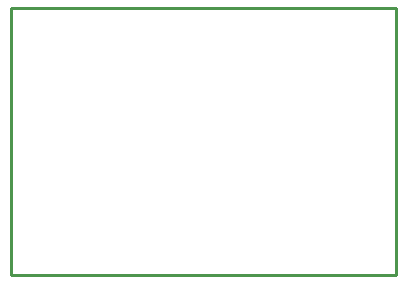
<source format=gbr>
G04 EAGLE Gerber RS-274X export*
G75*
%MOMM*%
%FSLAX34Y34*%
%LPD*%
%IN*%
%IPPOS*%
%AMOC8*
5,1,8,0,0,1.08239X$1,22.5*%
G01*
%ADD10C,0.254000*%


D10*
X92710Y-12700D02*
X418340Y-12700D01*
X418340Y213260D01*
X92710Y213260D01*
X92710Y-12700D01*
M02*

</source>
